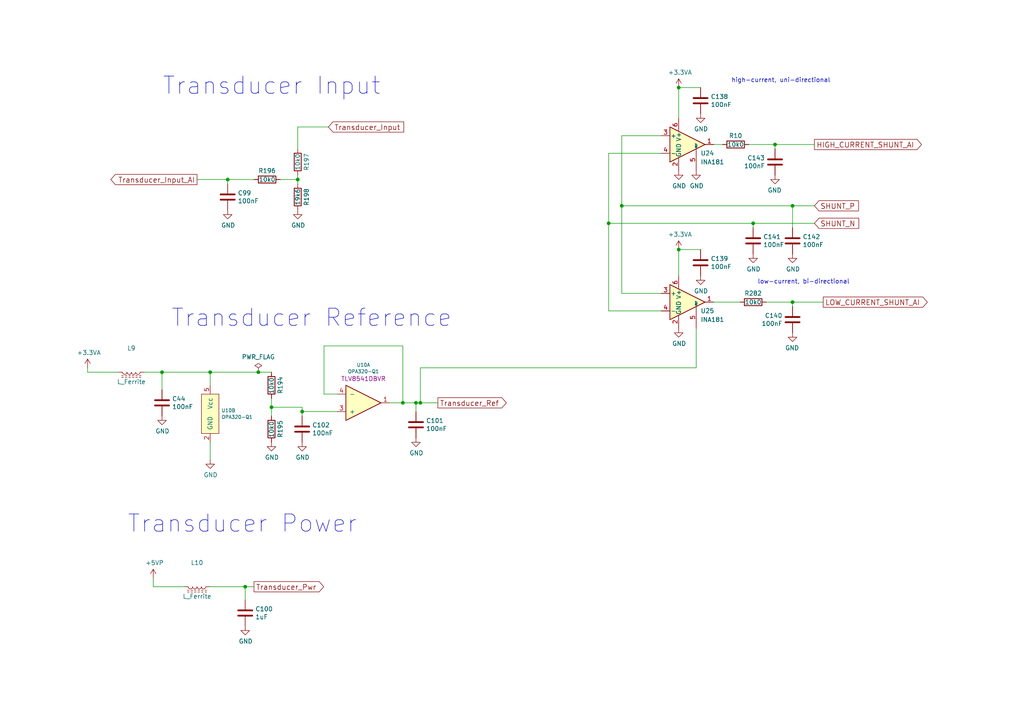
<source format=kicad_sch>
(kicad_sch (version 20211123) (generator eeschema)
  (paper "A4")
  (lib_symbols
    (symbol "Amplifier_Current:INA181" (pin_names (offset 0.127))
      (property "Reference" "U" (at 3.81 3.81 0))
      (property "Value" "INA181" (at 3.81 -2.54 0))
      (symbol "INA181_0_1"
        (polyline (pts (xy 5.08 0) (xy -5.08 5.08) (xy -5.08 -5.08) (xy 5.08 0)) (stroke (width 0.254)) (fill (type background)))
      )
      (symbol "INA181_1_1"
        (pin output line (at 7.62 0 180) (length 2.54) (name "~") (number "1"))
        (pin power_in line (at -2.54 -7.62 90) (length 3.81) (name "GND") (number "2"))
        (pin input line (at -7.62 2.54 0) (length 2.54) (name "+") (number "3"))
        (pin input line (at -7.62 -2.54 0) (length 2.54) (name "-") (number "4"))
        (pin input line (at 2.54 -7.62 90) (length 6.35) (name "REF") (number "5"))
        (pin power_in line (at -2.54 7.62 270) (length 3.81) (name "V+") (number "6"))
      )
    )
    (symbol "Device:C" (pin_numbers hide) (pin_names (offset 0.254))
      (property "Reference" "C" (at 0.635 2.54 0))
      (property "Value" "C" (at 0.635 -2.54 0))
      (symbol "C_0_1"
        (polyline (pts (xy -2.032 -0.762) (xy 2.032 -0.762)) (stroke (width 0.508)))
        (polyline (pts (xy -2.032 0.762) (xy 2.032 0.762)) (stroke (width 0.508)))
      )
      (symbol "C_1_1"
        (pin passive line (at 0 3.81 270) (length 2.794) (name "~") (number "1"))
        (pin passive line (at 0 -3.81 90) (length 2.794) (name "~") (number "2"))
      )
    )
    (symbol "Device:L_Ferrite" (pin_numbers hide) (pin_names (offset 1.016) hide)
      (property "Reference" "L" (at -1.27 0 90))
      (property "Value" "L_Ferrite" (at 2.794 0 90))
      (symbol "L_Ferrite_0_1"
        (arc (start 0 -2.54) (mid 0.635 -1.905) (end 0 -1.27))
        (arc (start 0 -1.27) (mid 0.635 -0.635) (end 0 0))
        (polyline (pts (xy 1.016 -2.794) (xy 1.016 -2.286)))
        (polyline (pts (xy 1.016 -1.778) (xy 1.016 -1.27)))
        (polyline (pts (xy 1.016 -0.762) (xy 1.016 -0.254)))
        (polyline (pts (xy 1.016 0.254) (xy 1.016 0.762)))
        (polyline (pts (xy 1.016 1.27) (xy 1.016 1.778)))
        (polyline (pts (xy 1.016 2.286) (xy 1.016 2.794)))
        (polyline (pts (xy 1.524 -2.286) (xy 1.524 -2.794)))
        (polyline (pts (xy 1.524 -1.27) (xy 1.524 -1.778)))
        (polyline (pts (xy 1.524 -0.254) (xy 1.524 -0.762)))
        (polyline (pts (xy 1.524 0.762) (xy 1.524 0.254)))
        (polyline (pts (xy 1.524 1.778) (xy 1.524 1.27)))
        (polyline (pts (xy 1.524 2.794) (xy 1.524 2.286)))
        (arc (start 0 0) (mid 0.635 0.635) (end 0 1.27))
        (arc (start 0 1.27) (mid 0.635 1.905) (end 0 2.54))
      )
      (symbol "L_Ferrite_1_1"
        (pin passive line (at 0 3.81 270) (length 1.27) (name "1") (number "1"))
        (pin passive line (at 0 -3.81 90) (length 1.27) (name "2") (number "2"))
      )
    )
    (symbol "Device:R" (pin_numbers hide) (pin_names (offset 0))
      (property "Reference" "R" (at 2.032 0 90))
      (property "Value" "R" (at 0 0 90))
      (symbol "R_0_1"
        (rectangle (start -1.016 -2.54) (end 1.016 2.54) (stroke (width 0.254)))
      )
      (symbol "R_1_1"
        (pin passive line (at 0 3.81 270) (length 1.27) (name "~") (number "1"))
        (pin passive line (at 0 -3.81 90) (length 1.27) (name "~") (number "2"))
      )
    )
    (symbol "ICs:OPA320-Q1" (pin_names (offset 1.016))
      (property "Reference" "U" (at -7.62 5.08 0))
      (property "Value" "OPA320-Q1" (at -8.89 -3.81 0))
      (property "Part Number" "OPA320AQDBVRQ1" (at -5.08 7.62 0))
      (symbol "OPA320-Q1_1_1"
        (polyline (pts (xy -10.16 0) (xy 0 5.08) (xy 0 -5.08) (xy -10.16 0)) (stroke (width 0.254)) (fill (type background)))
        (pin output line (at -12.7 0 0) (length 2.4892) (name "~") (number "1"))
        (pin input line (at 2.54 2.54 180) (length 2.4892) (name "+") (number "3"))
        (pin input line (at 2.54 -2.54 180) (length 2.4892) (name "-") (number "4"))
      )
      (symbol "OPA320-Q1_2_1"
        (rectangle (start -5.08 6.35) (end 0 -5.08) (fill (type background)))
        (pin power_in line (at -2.54 -7.62 90) (length 2.4892) (name "GND") (number "2"))
        (pin power_in line (at -2.54 8.89 270) (length 2.4892) (name "Vcc") (number "5"))
      )
    )
    (symbol "power:+3.3VA" (power) (pin_names (offset 0))
      (property "Value" "+3.3VA" (at 0 3.556 0))
      (symbol "+3.3VA_0_1"
        (polyline (pts (xy -0.762 1.27) (xy 0 2.54)))
        (polyline (pts (xy 0 0) (xy 0 2.54)))
        (polyline (pts (xy 0 2.54) (xy 0.762 1.27)))
      )
      (symbol "+3.3VA_1_1"
        (pin power_in line (at 0 0 90) (length 0) hide (name "+3.3VA") (number "1"))
      )
    )
    (symbol "power:+5VP" (power) (pin_names (offset 0))
      (property "Value" "+5VP" (at 0 3.556 0))
      (symbol "+5VP_0_1"
        (polyline (pts (xy -0.762 1.27) (xy 0 2.54)))
        (polyline (pts (xy 0 0) (xy 0 2.54)))
        (polyline (pts (xy 0 2.54) (xy 0.762 1.27)))
      )
      (symbol "+5VP_1_1"
        (pin power_in line (at 0 0 90) (length 0) hide (name "+5VP") (number "1"))
      )
    )
    (symbol "power:GND" (power) (pin_names (offset 0))
      (property "Value" "GND" (at 0 -3.81 0))
      (symbol "GND_0_1"
        (polyline (pts (xy 0 0) (xy 0 -1.27) (xy 1.27 -1.27) (xy 0 -2.54) (xy -1.27 -1.27) (xy 0 -1.27)))
      )
      (symbol "GND_1_1"
        (pin power_in line (at 0 0 270) (length 0) hide (name "GND") (number "1"))
      )
    )
    (symbol "power:PWR_FLAG" (power) (pin_numbers hide) (pin_names (offset 0) hide)
      (property "Value" "PWR_FLAG" (at 0 3.81 0))
      (symbol "PWR_FLAG_0_0"
        (pin power_out line (at 0 0 90) (length 0) (name "pwr") (number "1"))
      )
      (symbol "PWR_FLAG_0_1"
        (polyline (pts (xy 0 0) (xy 0 1.27) (xy -1.016 1.905) (xy 0 2.54) (xy 1.016 1.905) (xy 0 1.27)))
      )
    )
  )
  (junction (at 74.93 107.95))
  (junction (at 224.79 41.91))
  (junction (at 176.53 64.77))
  (junction (at 78.74 118.11))
  (junction (at 180.34 59.69))
  (junction (at 196.85 25.4))
  (junction (at 121.92 116.84))
  (junction (at 229.87 59.69))
  (junction (at 87.63 119.38))
  (junction (at 116.84 116.84))
  (junction (at 71.12 170.18))
  (junction (at 229.87 87.63))
  (junction (at 66.04 52.07))
  (junction (at 218.44 64.77))
  (junction (at 60.96 107.95))
  (junction (at 196.85 72.39))
  (junction (at 86.36 52.07))
  (junction (at 46.99 107.95))
  (junction (at 120.65 116.84))
  (wire (pts (xy 87.63 118.11) (xy 78.74 118.11)))
  (wire (pts (xy 120.65 116.84) (xy 120.65 119.38)))
  (wire (pts (xy 191.77 85.09) (xy 180.34 85.09)))
  (wire (pts (xy 95.25 36.83) (xy 86.36 36.83)))
  (wire (pts (xy 196.85 25.4) (xy 196.85 34.29)))
  (wire (pts (xy 71.12 170.18) (xy 60.96 170.18)))
  (wire (pts (xy 180.34 85.09) (xy 180.34 59.69)))
  (wire (pts (xy 116.84 116.84) (xy 116.84 100.33)))
  (wire (pts (xy 44.45 170.18) (xy 44.45 167.64)))
  (wire (pts (xy 46.99 107.95) (xy 46.99 113.03)))
  (wire (pts (xy 218.44 64.77) (xy 176.53 64.77)))
  (wire (pts (xy 78.74 115.57) (xy 78.74 118.11)))
  (wire (pts (xy 87.63 120.65) (xy 87.63 119.38)))
  (wire (pts (xy 74.93 107.95) (xy 78.74 107.95)))
  (wire (pts (xy 93.98 100.33) (xy 93.98 114.3)))
  (wire (pts (xy 116.84 116.84) (xy 120.65 116.84)))
  (wire (pts (xy 222.25 87.63) (xy 229.87 87.63)))
  (wire (pts (xy 86.36 36.83) (xy 86.36 43.18)))
  (wire (pts (xy 229.87 59.69) (xy 180.34 59.69)))
  (wire (pts (xy 44.45 170.18) (xy 53.34 170.18)))
  (wire (pts (xy 229.87 87.63) (xy 238.76 87.63)))
  (wire (pts (xy 86.36 52.07) (xy 81.28 52.07)))
  (wire (pts (xy 201.93 106.68) (xy 201.93 95.25)))
  (wire (pts (xy 203.2 72.39) (xy 196.85 72.39)))
  (wire (pts (xy 176.53 64.77) (xy 176.53 90.17)))
  (wire (pts (xy 209.55 41.91) (xy 207.01 41.91)))
  (wire (pts (xy 25.4 107.95) (xy 34.29 107.95)))
  (wire (pts (xy 73.66 170.18) (xy 71.12 170.18)))
  (wire (pts (xy 60.96 107.95) (xy 74.93 107.95)))
  (wire (pts (xy 113.03 116.84) (xy 116.84 116.84)))
  (wire (pts (xy 93.98 114.3) (xy 97.79 114.3)))
  (wire (pts (xy 191.77 44.45) (xy 176.53 44.45)))
  (wire (pts (xy 86.36 52.07) (xy 86.36 53.34)))
  (wire (pts (xy 224.79 41.91) (xy 217.17 41.91)))
  (wire (pts (xy 214.63 87.63) (xy 207.01 87.63)))
  (wire (pts (xy 176.53 44.45) (xy 176.53 64.77)))
  (wire (pts (xy 196.85 72.39) (xy 196.85 80.01)))
  (wire (pts (xy 71.12 173.99) (xy 71.12 170.18)))
  (wire (pts (xy 180.34 59.69) (xy 180.34 39.37)))
  (wire (pts (xy 176.53 90.17) (xy 191.77 90.17)))
  (wire (pts (xy 127 116.84) (xy 121.92 116.84)))
  (wire (pts (xy 87.63 119.38) (xy 97.79 119.38)))
  (wire (pts (xy 180.34 39.37) (xy 191.77 39.37)))
  (wire (pts (xy 87.63 119.38) (xy 87.63 118.11)))
  (wire (pts (xy 25.4 107.95) (xy 25.4 106.68)))
  (wire (pts (xy 116.84 100.33) (xy 93.98 100.33)))
  (wire (pts (xy 236.22 59.69) (xy 229.87 59.69)))
  (wire (pts (xy 218.44 66.04) (xy 218.44 64.77)))
  (wire (pts (xy 86.36 50.8) (xy 86.36 52.07)))
  (wire (pts (xy 203.2 25.4) (xy 196.85 25.4)))
  (wire (pts (xy 46.99 107.95) (xy 60.96 107.95)))
  (wire (pts (xy 229.87 87.63) (xy 229.87 88.9)))
  (wire (pts (xy 229.87 59.69) (xy 229.87 66.04)))
  (wire (pts (xy 66.04 52.07) (xy 57.15 52.07)))
  (wire (pts (xy 41.91 107.95) (xy 46.99 107.95)))
  (wire (pts (xy 224.79 41.91) (xy 224.79 43.18)))
  (wire (pts (xy 73.66 52.07) (xy 66.04 52.07)))
  (wire (pts (xy 78.74 118.11) (xy 78.74 120.65)))
  (wire (pts (xy 121.92 116.84) (xy 120.65 116.84)))
  (wire (pts (xy 60.96 107.95) (xy 60.96 111.76)))
  (wire (pts (xy 121.92 116.84) (xy 121.92 106.68)))
  (wire (pts (xy 60.96 128.27) (xy 60.96 133.35)))
  (wire (pts (xy 121.92 106.68) (xy 201.93 106.68)))
  (wire (pts (xy 66.04 52.07) (xy 66.04 53.34)))
  (wire (pts (xy 236.22 64.77) (xy 218.44 64.77)))
  (wire (pts (xy 236.22 41.91) (xy 224.79 41.91)))
  (text "low-current, bi-directional" (at 219.71 82.55 0) (effects (font (size 1.27 1.27)) (justify left bottom)))
  (text "Transducer Reference" (at 49.53 95.25 0) (effects (font (size 5.0038 5.0038)) (justify left bottom)))
  (text "Transducer Input" (at 46.99 27.94 0) (effects (font (size 5.0038 5.0038)) (justify left bottom)))
  (text "Transducer Power" (at 36.83 154.94 0) (effects (font (size 5.0038 5.0038)) (justify left bottom)))
  (text "high-current, uni-directional" (at 212.09 24.13 0) (effects (font (size 1.27 1.27)) (justify left bottom)))
  (global_label "Transducer_Input" (shape input) (at 95.25 36.83 0) (effects (font (size 1.4986 1.4986))) (property "Intersheet References" "${INTERSHEET_REFS}" (effects hide)))
  (global_label "LOW_CURRENT_SHUNT_AI" (shape output) (at 238.76 87.63 0) (effects (font (size 1.4986 1.4986))) (property "Intersheet References" "${INTERSHEET_REFS}" (effects hide)))
  (global_label "Transducer_Ref" (shape output) (at 127 116.84 0) (effects (font (size 1.4986 1.4986))) (property "Intersheet References" "${INTERSHEET_REFS}" (effects hide)))
  (global_label "SHUNT_N" (shape input) (at 236.22 64.77 0) (effects (font (size 1.4986 1.4986))) (property "Intersheet References" "${INTERSHEET_REFS}" (effects hide)))
  (global_label "Transducer_Pwr" (shape output) (at 73.66 170.18 0) (effects (font (size 1.4986 1.4986))) (property "Intersheet References" "${INTERSHEET_REFS}" (effects hide)))
  (global_label "SHUNT_P" (shape input) (at 236.22 59.69 0) (effects (font (size 1.4986 1.4986))) (property "Intersheet References" "${INTERSHEET_REFS}" (effects hide)))
  (global_label "HIGH_CURRENT_SHUNT_AI" (shape output) (at 236.22 41.91 0) (effects (font (size 1.4986 1.4986))) (property "Intersheet References" "${INTERSHEET_REFS}" (effects hide)))
  (global_label "Transducer_Input_AI" (shape output) (at 57.15 52.07 180) (effects (font (size 1.4986 1.4986))) (property "Intersheet References" "${INTERSHEET_REFS}" (effects hide)))
  (symbol (lib_id "Device:R") (at 78.74 111.76 0) (unit 1)
    (property "Reference" "R194" (at 81.28 114.3 90) (effects (justify left)))
    (property "Value" "10k0" (at 78.74 114.3 90) (effects (justify left)))
    (property "Footprint" "Resistor_SMD:R_0603_1608Metric" (effects hide))
    (property "Datasheet" "http://www.yageo.com/NewPortal/yageodocoutput?fileName=/pdf/R-Chip/PYu-AC_51_RoHS_L_6.pdf" (effects hide))
    (property "DNP" "< ... >" (effects hide))
    (property "Digikey_PN" "311-10KLDCT-ND" (effects hide))
    (property "MPN" "AC0603FR-0710KL" (effects hide))
    (property "Part Number" "AC0603FR-0710KL" (effects hide))
  )
  (symbol (lib_id "Device:R") (at 78.74 124.46 0) (unit 1)
    (property "Reference" "R195" (at 81.28 127 90) (effects (justify left)))
    (property "Value" "10k0" (at 78.74 127 90) (effects (justify left)))
    (property "Footprint" "Resistor_SMD:R_0603_1608Metric" (effects hide))
    (property "Datasheet" "http://www.yageo.com/NewPortal/yageodocoutput?fileName=/pdf/R-Chip/PYu-AC_51_RoHS_L_6.pdf" (effects hide))
    (property "DNP" "< ... >" (effects hide))
    (property "Digikey_PN" "311-10KLDCT-ND" (effects hide))
    (property "MPN" "AC0603FR-0710KL" (effects hide))
    (property "Part Number" "AC0603FR-0710KL" (effects hide))
  )
  (symbol (lib_id "power:GND") (at 78.74 128.27 0) (unit 1)
    (property "Reference" "#PWR0147" (effects hide))
    (property "Value" "GND" (at 78.867 132.6642 0))
  )
  (symbol (lib_id "Device:L_Ferrite") (at 57.15 170.18 270) (unit 1)
    (property "Reference" "L10" (at 57.15 163.2204 90))
    (property "Value" "L_Ferrite" (at 57.15 172.974 90))
    (property "Footprint" "Inductor_SMD:L_0603_1608Metric" (effects hide))
    (property "Datasheet" "https://www.we-online.com/katalog/datasheet/742792609.pdf" (effects hide))
    (property "MPN" "742792609" (effects hide))
    (property "Part Number" "742792609" (effects hide))
    (property "Digikey_PN" "732-1591-1-ND" (effects hide))
  )
  (symbol (lib_id "Device:C") (at 71.12 177.8 0) (unit 1)
    (property "Reference" "C100" (at 74.041 176.6316 0) (effects (justify left)))
    (property "Value" "1uF" (at 74.041 178.943 0) (effects (justify left)))
    (property "Footprint" "Capacitor_SMD:C_0603_1608Metric" (effects hide))
    (property "Datasheet" "https://product.tdk.com/system/files/dam/doc/product/capacitor/ceramic/mlcc/catalog/mlcc_automotive_general_en.pdf" (effects hide))
    (property "Part Number" "CGA3E1X7R1C105K080AC" (effects hide))
    (property "Digikey_PN" "445-12539-1-ND" (effects hide))
  )
  (symbol (lib_id "power:GND") (at 71.12 181.61 0) (unit 1)
    (property "Reference" "#PWR0151" (effects hide))
    (property "Value" "GND" (at 71.247 186.0042 0))
  )
  (symbol (lib_id "Device:R") (at 86.36 46.99 180) (unit 1)
    (property "Reference" "R197" (at 88.9 46.99 90))
    (property "Value" "10k0" (at 86.36 46.99 90))
    (property "Footprint" "Resistor_SMD:R_0603_1608Metric" (effects hide))
    (property "Datasheet" "http://www.yageo.com/NewPortal/yageodocoutput?fileName=/pdf/R-Chip/PYu-AC_51_RoHS_L_6.pdf" (effects hide))
    (property "DNP" "< ... >" (effects hide))
    (property "Digikey_PN" "311-10KLDCT-ND" (effects hide))
    (property "MPN" "AC0603FR-0710KL" (effects hide))
    (property "Part Number" "AC0603FR-0710KL" (effects hide))
  )
  (symbol (lib_id "Device:R") (at 86.36 57.15 180) (unit 1)
    (property "Reference" "R198" (at 88.9 57.15 90))
    (property "Value" "19k6" (at 86.36 57.15 90))
    (property "Footprint" "Resistor_SMD:R_0603_1608Metric" (effects hide))
    (property "Datasheet" "https://www.seielect.com/catalog/sei-rmcf_rmcp.pdf" (effects hide))
    (property "Part Number" "RMCF0603FT19K6" (effects hide))
    (property "Digikey_PN" "RMCF0603FT19K6CT-ND" (effects hide))
    (property "MPN" "RMCF0603FT19K6" (effects hide))
  )
  (symbol (lib_id "power:GND") (at 86.36 60.96 0) (unit 1)
    (property "Reference" "#PWR0152" (effects hide))
    (property "Value" "GND" (at 86.487 65.3542 0))
  )
  (symbol (lib_id "Device:C") (at 66.04 57.15 0) (unit 1)
    (property "Reference" "C99" (at 68.961 55.9816 0) (effects (justify left)))
    (property "Value" "100nF" (at 68.961 58.293 0) (effects (justify left)))
    (property "Footprint" "Capacitor_SMD:C_0603_1608Metric" (effects hide))
    (property "Datasheet" "http://psearch.en.murata.com/capacitor/product/GCM188R71H104KA57%23.pdf" (effects hide))
    (property "DNP" "< ... >" (effects hide))
    (property "MPN" "GCM188R71H104KA57D" (effects hide))
    (property "Part Number" "GCM188R71H104KA57D" (effects hide))
    (property "Digikey_PN" "490-4779-1-ND" (effects hide))
  )
  (symbol (lib_id "power:GND") (at 66.04 60.96 0) (unit 1)
    (property "Reference" "#PWR0149" (effects hide))
    (property "Value" "GND" (at 66.167 65.3542 0))
  )
  (symbol (lib_id "Device:C") (at 120.65 123.19 0) (unit 1)
    (property "Reference" "C101" (at 123.571 122.0216 0) (effects (justify left)))
    (property "Value" "100nF" (at 123.571 124.333 0) (effects (justify left)))
    (property "Footprint" "Capacitor_SMD:C_0603_1608Metric" (effects hide))
    (property "Datasheet" "http://psearch.en.murata.com/capacitor/product/GCM188R71H104KA57%23.pdf" (effects hide))
    (property "DNP" "< ... >" (effects hide))
    (property "MPN" "GCM188R71H104KA57D" (effects hide))
    (property "Part Number" "GCM188R71H104KA57D" (effects hide))
    (property "Digikey_PN" "490-4779-1-ND" (effects hide))
  )
  (symbol (lib_id "power:GND") (at 120.65 127 0) (unit 1)
    (property "Reference" "#PWR0153" (effects hide))
    (property "Value" "GND" (at 120.777 131.3942 0))
  )
  (symbol (lib_id "Device:R") (at 77.47 52.07 270) (unit 1)
    (property "Reference" "R196" (at 77.47 49.53 90))
    (property "Value" "10k0" (at 77.47 52.07 90))
    (property "Footprint" "Resistor_SMD:R_0603_1608Metric" (effects hide))
    (property "Datasheet" "http://www.yageo.com/NewPortal/yageodocoutput?fileName=/pdf/R-Chip/PYu-AC_51_RoHS_L_6.pdf" (effects hide))
    (property "DNP" "< ... >" (effects hide))
    (property "MPN" "AC0603FR-0710KL" (effects hide))
    (property "Part Number" "AC0603FR-0710KL" (effects hide))
    (property "Digikey_PN" "311-10KLDCT-ND" (effects hide))
  )
  (symbol (lib_id "power:GND") (at 60.96 133.35 0) (unit 1)
    (property "Reference" "#PWR0150" (effects hide))
    (property "Value" "GND" (at 61.087 137.7442 0))
  )
  (symbol (lib_id "Device:L_Ferrite") (at 38.1 107.95 270) (unit 1)
    (property "Reference" "L9" (at 38.1 100.9904 90))
    (property "Value" "L_Ferrite" (at 38.1 110.744 90))
    (property "Footprint" "Inductor_SMD:L_0603_1608Metric" (effects hide))
    (property "Datasheet" "https://www.we-online.com/katalog/datasheet/742792609.pdf" (effects hide))
    (property "MPN" "742792609" (effects hide))
    (property "Part Number" "742792609" (effects hide))
    (property "Digikey_PN" "732-1591-1-ND" (effects hide))
  )
  (symbol (lib_id "Device:C") (at 87.63 124.46 0) (unit 1)
    (property "Reference" "C102" (at 90.551 123.2916 0) (effects (justify left)))
    (property "Value" "100nF" (at 90.551 125.603 0) (effects (justify left)))
    (property "Footprint" "Capacitor_SMD:C_0603_1608Metric" (effects hide))
    (property "Datasheet" "http://psearch.en.murata.com/capacitor/product/GCM188R71H104KA57%23.pdf" (effects hide))
    (property "DNP" "< ... >" (effects hide))
    (property "MPN" "GCM188R71H104KA57D" (effects hide))
    (property "Part Number" "GCM188R71H104KA57D" (effects hide))
    (property "Digikey_PN" "490-4779-1-ND" (effects hide))
  )
  (symbol (lib_id "power:GND") (at 87.63 128.27 0) (unit 1)
    (property "Reference" "#PWR0155" (effects hide))
    (property "Value" "GND" (at 87.757 132.6642 0))
  )
  (symbol (lib_id "power:PWR_FLAG") (at 74.93 107.95 0) (unit 1)
    (property "Reference" "#FLG0106" (effects hide))
    (property "Value" "PWR_FLAG" (at 74.93 103.5304 0))
  )
  (symbol (lib_id "power:+5VP") (at 44.45 167.64 0) (unit 1)
    (property "Reference" "#PWR0157" (effects hide))
    (property "Value" "+5VP" (at 44.831 163.2458 0))
  )
  (symbol (lib_id "Amplifier_Current:INA181") (at 199.39 41.91 0) (unit 1)
    (property "Reference" "U24" (at 203.2 44.45 0) (effects (justify left)))
    (property "Value" "INA181" (at 203.2 46.99 0) (effects (justify left)))
    (property "Footprint" "Package_TO_SOT_SMD:SOT-23-6" (effects hide))
    (property "Datasheet" "http://www.ti.com/lit/ds/symlink/ina181.pdf" (effects hide))
    (property "Digikey_PN" "296-46635-1-ND" (effects hide))
    (property "Part Number" "INA181A2IDBVT" (effects hide))
  )
  (symbol (lib_id "Amplifier_Current:INA181") (at 199.39 87.63 0) (unit 1)
    (property "Reference" "U25" (at 203.2 90.17 0) (effects (justify left)))
    (property "Value" "INA181" (at 203.2 92.71 0) (effects (justify left)))
    (property "Footprint" "Package_TO_SOT_SMD:SOT-23-6" (effects hide))
    (property "Datasheet" "http://www.ti.com/lit/ds/symlink/ina181.pdf" (effects hide))
    (property "Part Number" "INA181A3QDBVRQ1" (effects hide))
    (property "Digikey_PN" "296-INA181A3QDBVRQ1CT-ND" (effects hide))
  )
  (symbol (lib_id "Device:C") (at 203.2 76.2 0) (unit 1)
    (property "Reference" "C139" (at 206.121 75.0316 0) (effects (justify left)))
    (property "Value" "100nF" (at 206.121 77.343 0) (effects (justify left)))
    (property "Footprint" "Capacitor_SMD:C_0603_1608Metric" (effects hide))
    (property "Datasheet" "http://psearch.en.murata.com/capacitor/product/GCM188R71H104KA57%23.pdf" (effects hide))
    (property "DNP" "< ... >" (effects hide))
    (property "MPN" "GCM188R71H104KA57D" (effects hide))
    (property "Part Number" "GCM188R71H104KA57D" (effects hide))
    (property "Digikey_PN" "490-4779-1-ND" (effects hide))
  )
  (symbol (lib_id "power:GND") (at 203.2 80.01 0) (unit 1)
    (property "Reference" "#PWR081" (effects hide))
    (property "Value" "GND" (at 203.327 84.4042 0))
  )
  (symbol (lib_id "power:GND") (at 196.85 95.25 0) (unit 1)
    (property "Reference" "#PWR078" (effects hide))
    (property "Value" "GND" (at 196.977 99.6442 0))
  )
  (symbol (lib_id "power:GND") (at 196.85 49.53 0) (unit 1)
    (property "Reference" "#PWR076" (effects hide))
    (property "Value" "GND" (at 196.977 53.9242 0))
  )
  (symbol (lib_id "power:GND") (at 201.93 49.53 0) (unit 1)
    (property "Reference" "#PWR079" (effects hide))
    (property "Value" "GND" (at 202.057 53.9242 0))
  )
  (symbol (lib_id "Device:C") (at 203.2 29.21 0) (unit 1)
    (property "Reference" "C138" (at 206.121 28.0416 0) (effects (justify left)))
    (property "Value" "100nF" (at 206.121 30.353 0) (effects (justify left)))
    (property "Footprint" "Capacitor_SMD:C_0603_1608Metric" (effects hide))
    (property "Datasheet" "http://psearch.en.murata.com/capacitor/product/GCM188R71H104KA57%23.pdf" (effects hide))
    (property "DNP" "< ... >" (effects hide))
    (property "MPN" "GCM188R71H104KA57D" (effects hide))
    (property "Part Number" "GCM188R71H104KA57D" (effects hide))
    (property "Digikey_PN" "490-4779-1-ND" (effects hide))
  )
  (symbol (lib_id "power:GND") (at 203.2 33.02 0) (unit 1)
    (property "Reference" "#PWR080" (effects hide))
    (property "Value" "GND" (at 203.327 37.4142 0))
  )
  (symbol (lib_id "Device:C") (at 229.87 92.71 0) (mirror y) (unit 1)
    (property "Reference" "C140" (at 226.949 91.5416 0) (effects (justify left)))
    (property "Value" "100nF" (at 226.949 93.853 0) (effects (justify left)))
    (property "Footprint" "Capacitor_SMD:C_0603_1608Metric" (effects hide))
    (property "Datasheet" "http://psearch.en.murata.com/capacitor/product/GCM188R71H104KA57%23.pdf" (effects hide))
    (property "DNP" "< ... >" (effects hide))
    (property "MPN" "GCM188R71H104KA57D" (effects hide))
    (property "Part Number" "GCM188R71H104KA57D" (effects hide))
    (property "Digikey_PN" "490-4779-1-ND" (effects hide))
  )
  (symbol (lib_id "power:GND") (at 229.87 96.52 0) (mirror y) (unit 1)
    (property "Reference" "#PWR082" (effects hide))
    (property "Value" "GND" (at 229.743 100.9142 0))
  )
  (symbol (lib_id "Device:R") (at 218.44 87.63 90) (mirror x) (unit 1)
    (property "Reference" "R282" (at 218.44 85.09 90))
    (property "Value" "10k0" (at 218.44 87.63 90))
    (property "Footprint" "Resistor_SMD:R_0603_1608Metric" (effects hide))
    (property "Datasheet" "http://www.yageo.com/NewPortal/yageodocoutput?fileName=/pdf/R-Chip/PYu-AC_51_RoHS_L_6.pdf" (effects hide))
    (property "DNP" "< ... >" (effects hide))
    (property "MPN" "AC0603FR-0710KL" (effects hide))
    (property "Part Number" "AC0603FR-0710KL" (effects hide))
    (property "Digikey_PN" "311-10KLDCT-ND" (effects hide))
  )
  (symbol (lib_id "power:+3.3VA") (at 196.85 25.4 0) (unit 1)
    (property "Reference" "#PWR075" (effects hide))
    (property "Value" "+3.3VA" (at 197.231 21.0058 0))
  )
  (symbol (lib_id "Device:C") (at 229.87 69.85 0) (unit 1)
    (property "Reference" "C142" (at 232.791 68.6816 0) (effects (justify left)))
    (property "Value" "100nF" (at 232.791 70.993 0) (effects (justify left)))
    (property "Footprint" "Capacitor_SMD:C_0603_1608Metric" (effects hide))
    (property "Datasheet" "http://psearch.en.murata.com/capacitor/product/GCM188R71H104KA57%23.pdf" (effects hide))
    (property "DNP" "< ... >" (effects hide))
    (property "MPN" "GCM188R71H104KA57D" (effects hide))
    (property "Part Number" "GCM188R71H104KA57D" (effects hide))
    (property "Digikey_PN" "490-4779-1-ND" (effects hide))
  )
  (symbol (lib_id "power:GND") (at 229.87 73.66 0) (unit 1)
    (property "Reference" "#PWR084" (effects hide))
    (property "Value" "GND" (at 229.997 78.0542 0))
  )
  (symbol (lib_id "Device:C") (at 218.44 69.85 0) (unit 1)
    (property "Reference" "C141" (at 221.361 68.6816 0) (effects (justify left)))
    (property "Value" "100nF" (at 221.361 70.993 0) (effects (justify left)))
    (property "Footprint" "Capacitor_SMD:C_0603_1608Metric" (effects hide))
    (property "Datasheet" "http://psearch.en.murata.com/capacitor/product/GCM188R71H104KA57%23.pdf" (effects hide))
    (property "DNP" "< ... >" (effects hide))
    (property "MPN" "GCM188R71H104KA57D" (effects hide))
    (property "Part Number" "GCM188R71H104KA57D" (effects hide))
    (property "Digikey_PN" "490-4779-1-ND" (effects hide))
  )
  (symbol (lib_id "power:GND") (at 218.44 73.66 0) (unit 1)
    (property "Reference" "#PWR083" (effects hide))
    (property "Value" "GND" (at 218.567 78.0542 0))
  )
  (symbol (lib_id "power:+3.3VA") (at 196.85 72.39 0) (unit 1)
    (property "Reference" "#PWR0275" (effects hide))
    (property "Value" "+3.3VA" (at 197.231 67.9958 0))
  )
  (symbol (lib_id "Device:R") (at 213.36 41.91 90) (mirror x) (unit 1)
    (property "Reference" "R10" (at 213.36 39.37 90))
    (property "Value" "10k0" (at 213.36 41.91 90))
    (property "Footprint" "Resistor_SMD:R_0603_1608Metric" (effects hide))
    (property "Datasheet" "http://www.yageo.com/NewPortal/yageodocoutput?fileName=/pdf/R-Chip/PYu-AC_51_RoHS_L_6.pdf" (effects hide))
    (property "DNP" "< ... >" (effects hide))
    (property "MPN" "AC0603FR-0710KL" (effects hide))
    (property "Part Number" "AC0603FR-0710KL" (effects hide))
    (property "Digikey_PN" "311-10KLDCT-ND" (effects hide))
  )
  (symbol (lib_id "Device:C") (at 224.79 46.99 0) (mirror y) (unit 1)
    (property "Reference" "C143" (at 221.869 45.8216 0) (effects (justify left)))
    (property "Value" "100nF" (at 221.869 48.133 0) (effects (justify left)))
    (property "Footprint" "Capacitor_SMD:C_0603_1608Metric" (effects hide))
    (property "Datasheet" "http://psearch.en.murata.com/capacitor/product/GCM188R71H104KA57%23.pdf" (effects hide))
    (property "DNP" "< ... >" (effects hide))
    (property "MPN" "GCM188R71H104KA57D" (effects hide))
    (property "Part Number" "GCM188R71H104KA57D" (effects hide))
    (property "Digikey_PN" "490-4779-1-ND" (effects hide))
  )
  (symbol (lib_id "power:GND") (at 224.79 50.8 0) (mirror y) (unit 1)
    (property "Reference" "#PWR0278" (effects hide))
    (property "Value" "GND" (at 224.663 55.1942 0))
  )
  (symbol (lib_id "power:+3.3VA") (at 25.4 106.68 0) (unit 1)
    (property "Reference" "#PWR0158" (effects hide))
    (property "Value" "+3.3VA" (at 25.781 102.2858 0))
  )
  (symbol (lib_id "ICs:OPA320-Q1") (at 100.33 116.84 180) (unit 1)
    (property "Reference" "U10" (at 105.41 105.8418 0) (effects (font (size 0.9906 0.9906))))
    (property "Value" "OPA320-Q1" (at 105.41 107.7468 0) (effects (font (size 0.9906 0.9906))))
    (property "Footprint" "Package_TO_SOT_SMD:SOT-23-5" (effects hide))
    (property "Datasheet" "https://www.ti.com/lit/ds/symlink/tlv8541.pdf?HQS=dis-dk-null-digikeymode-dsf-pf-null-wwe&ts=1646847239807&ref_url=https%253A%252F%252Fwww.ti.com%252Fgeneral%252Fdocs%252Fsuppproductinfo.tsp%253FdistId%253D10%2526gotoUrl%253Dhttps%253A%252F%252Fwww.ti.com%252Flit%252Fgpn%252Ftlv8541" (effects hide))
    (property "Part Number" "TLV8541DBVR" (at 105.41 109.855 0))
    (property "Digikey_PN" "296-47595-1-ND" (effects hide))
  )
  (symbol (lib_id "ICs:OPA320-Q1") (at 63.5 120.65 0) (unit 2)
    (property "Reference" "U10" (at 64.2112 119.0498 0) (effects (font (size 0.9906 0.9906)) (justify left)))
    (property "Value" "OPA320-Q1" (at 64.2112 120.9548 0) (effects (font (size 0.9906 0.9906)) (justify left)))
    (property "Footprint" "Package_TO_SOT_SMD:SOT-23-5" (effects hide))
    (property "Datasheet" "https://www.ti.com/lit/ds/symlink/tlv8541.pdf?HQS=dis-dk-null-digikeymode-dsf-pf-null-wwe&ts=1646847239807&ref_url=https%253A%252F%252Fwww.ti.com%252Fgeneral%252Fdocs%252Fsuppproductinfo.tsp%253FdistId%253D10%2526gotoUrl%253Dhttps%253A%252F%252Fwww.ti.com%252Flit%252Fgpn%252Ftlv8541" (effects hide))
    (property "Part Number" "TLV8541DBVR" (effects hide))
    (property "Digikey_PN" "296-47595-1-ND" (effects hide))
  )
  (symbol (lib_id "Device:C") (at 46.99 116.84 0) (unit 1)
    (property "Reference" "C44" (at 49.911 115.6716 0) (effects (justify left)))
    (property "Value" "100nF" (at 49.911 117.983 0) (effects (justify left)))
    (property "Footprint" "Capacitor_SMD:C_0603_1608Metric" (effects hide))
    (property "Datasheet" "http://psearch.en.murata.com/capacitor/product/GCM188R71H104KA57%23.pdf" (effects hide))
    (property "DNP" "< ... >" (effects hide))
    (property "MPN" "GCM188R71H104KA57D" (effects hide))
    (property "Part Number" "GCM188R71H104KA57D" (effects hide))
    (property "Digikey_PN" "490-4779-1-ND" (effects hide))
  )
  (symbol (lib_id "power:GND") (at 46.99 120.65 0) (unit 1)
    (property "Reference" "#PWR032" (effects hide))
    (property "Value" "GND" (at 47.117 125.0442 0))
  )
)
</source>
